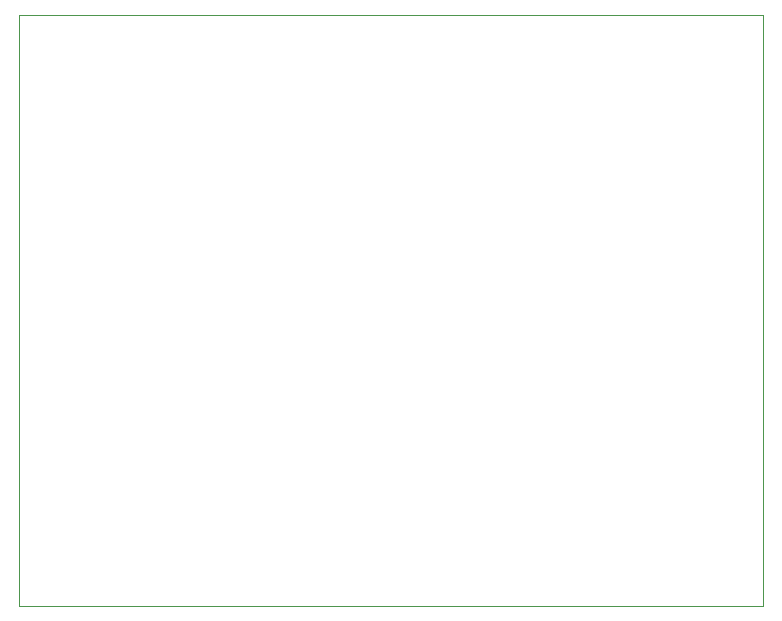
<source format=gbr>
G04 #@! TF.GenerationSoftware,KiCad,Pcbnew,5.99.0-unknown-06c979d~86~ubuntu18.04.1*
G04 #@! TF.CreationDate,2020-01-24T18:15:59+02:00*
G04 #@! TF.ProjectId,lora-bridge,6c6f7261-2d62-4726-9964-67652e6b6963,1.1*
G04 #@! TF.SameCoordinates,Original*
G04 #@! TF.FileFunction,Profile,NP*
%FSLAX46Y46*%
G04 Gerber Fmt 4.6, Leading zero omitted, Abs format (unit mm)*
G04 Created by KiCad (PCBNEW 5.99.0-unknown-06c979d~86~ubuntu18.04.1) date 2020-01-24 18:15:59*
%MOMM*%
%LPD*%
G04 APERTURE LIST*
%ADD10C,0.050000*%
G04 APERTURE END LIST*
D10*
X85000000Y-93000000D02*
X85000000Y-143000000D01*
X148000000Y-93000000D02*
X85000000Y-93000000D01*
X148000000Y-143000000D02*
X148000000Y-93000000D01*
X85000000Y-143000000D02*
X148000000Y-143000000D01*
M02*

</source>
